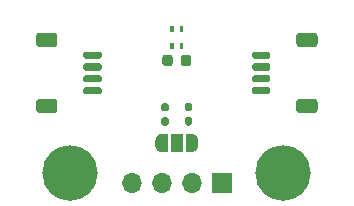
<source format=gts>
%TF.GenerationSoftware,KiCad,Pcbnew,(5.1.8)-1*%
%TF.CreationDate,2021-01-12T16:04:17+01:00*%
%TF.ProjectId,SHT40-Breakout,53485434-302d-4427-9265-616b6f75742e,rev?*%
%TF.SameCoordinates,Original*%
%TF.FileFunction,Soldermask,Top*%
%TF.FilePolarity,Negative*%
%FSLAX46Y46*%
G04 Gerber Fmt 4.6, Leading zero omitted, Abs format (unit mm)*
G04 Created by KiCad (PCBNEW (5.1.8)-1) date 2021-01-12 16:04:17*
%MOMM*%
%LPD*%
G01*
G04 APERTURE LIST*
%ADD10C,4.700000*%
%ADD11R,1.700000X1.700000*%
%ADD12O,1.700000X1.700000*%
%ADD13C,0.100000*%
%ADD14R,1.000000X1.500000*%
G04 APERTURE END LIST*
D10*
%TO.C,H2*%
X149000000Y-77000000D03*
%TD*%
%TO.C,H1*%
X131000000Y-77000000D03*
%TD*%
%TO.C,C1*%
G36*
G01*
X140321152Y-67690980D02*
X140321152Y-67190980D01*
G75*
G02*
X140546152Y-66965980I225000J0D01*
G01*
X140996152Y-66965980D01*
G75*
G02*
X141221152Y-67190980I0J-225000D01*
G01*
X141221152Y-67690980D01*
G75*
G02*
X140996152Y-67915980I-225000J0D01*
G01*
X140546152Y-67915980D01*
G75*
G02*
X140321152Y-67690980I0J225000D01*
G01*
G37*
G36*
G01*
X138771152Y-67690980D02*
X138771152Y-67190980D01*
G75*
G02*
X138996152Y-66965980I225000J0D01*
G01*
X139446152Y-66965980D01*
G75*
G02*
X139671152Y-67190980I0J-225000D01*
G01*
X139671152Y-67690980D01*
G75*
G02*
X139446152Y-67915980I-225000J0D01*
G01*
X138996152Y-67915980D01*
G75*
G02*
X138771152Y-67690980I0J225000D01*
G01*
G37*
%TD*%
%TO.C,J1*%
G36*
G01*
X132250000Y-66700000D02*
X133500000Y-66700000D01*
G75*
G02*
X133650000Y-66850000I0J-150000D01*
G01*
X133650000Y-67150000D01*
G75*
G02*
X133500000Y-67300000I-150000J0D01*
G01*
X132250000Y-67300000D01*
G75*
G02*
X132100000Y-67150000I0J150000D01*
G01*
X132100000Y-66850000D01*
G75*
G02*
X132250000Y-66700000I150000J0D01*
G01*
G37*
G36*
G01*
X132250000Y-67700000D02*
X133500000Y-67700000D01*
G75*
G02*
X133650000Y-67850000I0J-150000D01*
G01*
X133650000Y-68150000D01*
G75*
G02*
X133500000Y-68300000I-150000J0D01*
G01*
X132250000Y-68300000D01*
G75*
G02*
X132100000Y-68150000I0J150000D01*
G01*
X132100000Y-67850000D01*
G75*
G02*
X132250000Y-67700000I150000J0D01*
G01*
G37*
G36*
G01*
X132250000Y-68700000D02*
X133500000Y-68700000D01*
G75*
G02*
X133650000Y-68850000I0J-150000D01*
G01*
X133650000Y-69150000D01*
G75*
G02*
X133500000Y-69300000I-150000J0D01*
G01*
X132250000Y-69300000D01*
G75*
G02*
X132100000Y-69150000I0J150000D01*
G01*
X132100000Y-68850000D01*
G75*
G02*
X132250000Y-68700000I150000J0D01*
G01*
G37*
G36*
G01*
X132250000Y-69700000D02*
X133500000Y-69700000D01*
G75*
G02*
X133650000Y-69850000I0J-150000D01*
G01*
X133650000Y-70150000D01*
G75*
G02*
X133500000Y-70300000I-150000J0D01*
G01*
X132250000Y-70300000D01*
G75*
G02*
X132100000Y-70150000I0J150000D01*
G01*
X132100000Y-69850000D01*
G75*
G02*
X132250000Y-69700000I150000J0D01*
G01*
G37*
G36*
G01*
X128349999Y-65100000D02*
X129650001Y-65100000D01*
G75*
G02*
X129900000Y-65349999I0J-249999D01*
G01*
X129900000Y-66050001D01*
G75*
G02*
X129650001Y-66300000I-249999J0D01*
G01*
X128349999Y-66300000D01*
G75*
G02*
X128100000Y-66050001I0J249999D01*
G01*
X128100000Y-65349999D01*
G75*
G02*
X128349999Y-65100000I249999J0D01*
G01*
G37*
G36*
G01*
X128349999Y-70700000D02*
X129650001Y-70700000D01*
G75*
G02*
X129900000Y-70949999I0J-249999D01*
G01*
X129900000Y-71650001D01*
G75*
G02*
X129650001Y-71900000I-249999J0D01*
G01*
X128349999Y-71900000D01*
G75*
G02*
X128100000Y-71650001I0J249999D01*
G01*
X128100000Y-70949999D01*
G75*
G02*
X128349999Y-70700000I249999J0D01*
G01*
G37*
%TD*%
%TO.C,J2*%
G36*
G01*
X151675001Y-66300000D02*
X150374999Y-66300000D01*
G75*
G02*
X150125000Y-66050001I0J249999D01*
G01*
X150125000Y-65349999D01*
G75*
G02*
X150374999Y-65100000I249999J0D01*
G01*
X151675001Y-65100000D01*
G75*
G02*
X151925000Y-65349999I0J-249999D01*
G01*
X151925000Y-66050001D01*
G75*
G02*
X151675001Y-66300000I-249999J0D01*
G01*
G37*
G36*
G01*
X151675001Y-71900000D02*
X150374999Y-71900000D01*
G75*
G02*
X150125000Y-71650001I0J249999D01*
G01*
X150125000Y-70949999D01*
G75*
G02*
X150374999Y-70700000I249999J0D01*
G01*
X151675001Y-70700000D01*
G75*
G02*
X151925000Y-70949999I0J-249999D01*
G01*
X151925000Y-71650001D01*
G75*
G02*
X151675001Y-71900000I-249999J0D01*
G01*
G37*
G36*
G01*
X147775000Y-67300000D02*
X146525000Y-67300000D01*
G75*
G02*
X146375000Y-67150000I0J150000D01*
G01*
X146375000Y-66850000D01*
G75*
G02*
X146525000Y-66700000I150000J0D01*
G01*
X147775000Y-66700000D01*
G75*
G02*
X147925000Y-66850000I0J-150000D01*
G01*
X147925000Y-67150000D01*
G75*
G02*
X147775000Y-67300000I-150000J0D01*
G01*
G37*
G36*
G01*
X147775000Y-68300000D02*
X146525000Y-68300000D01*
G75*
G02*
X146375000Y-68150000I0J150000D01*
G01*
X146375000Y-67850000D01*
G75*
G02*
X146525000Y-67700000I150000J0D01*
G01*
X147775000Y-67700000D01*
G75*
G02*
X147925000Y-67850000I0J-150000D01*
G01*
X147925000Y-68150000D01*
G75*
G02*
X147775000Y-68300000I-150000J0D01*
G01*
G37*
G36*
G01*
X147775000Y-69300000D02*
X146525000Y-69300000D01*
G75*
G02*
X146375000Y-69150000I0J150000D01*
G01*
X146375000Y-68850000D01*
G75*
G02*
X146525000Y-68700000I150000J0D01*
G01*
X147775000Y-68700000D01*
G75*
G02*
X147925000Y-68850000I0J-150000D01*
G01*
X147925000Y-69150000D01*
G75*
G02*
X147775000Y-69300000I-150000J0D01*
G01*
G37*
G36*
G01*
X147775000Y-70300000D02*
X146525000Y-70300000D01*
G75*
G02*
X146375000Y-70150000I0J150000D01*
G01*
X146375000Y-69850000D01*
G75*
G02*
X146525000Y-69700000I150000J0D01*
G01*
X147775000Y-69700000D01*
G75*
G02*
X147925000Y-69850000I0J-150000D01*
G01*
X147925000Y-70150000D01*
G75*
G02*
X147775000Y-70300000I-150000J0D01*
G01*
G37*
%TD*%
D11*
%TO.C,J3*%
X143825000Y-77850000D03*
D12*
X141285000Y-77850000D03*
X138745000Y-77850000D03*
X136205000Y-77850000D03*
%TD*%
D13*
%TO.C,JP1*%
G36*
X139250000Y-75175000D02*
G01*
X138700000Y-75175000D01*
X138700000Y-75174398D01*
X138675466Y-75174398D01*
X138626635Y-75169588D01*
X138578510Y-75160016D01*
X138531555Y-75145772D01*
X138486222Y-75126995D01*
X138442949Y-75103864D01*
X138402150Y-75076604D01*
X138364221Y-75045476D01*
X138329524Y-75010779D01*
X138298396Y-74972850D01*
X138271136Y-74932051D01*
X138248005Y-74888778D01*
X138229228Y-74843445D01*
X138214984Y-74796490D01*
X138205412Y-74748365D01*
X138200602Y-74699534D01*
X138200602Y-74675000D01*
X138200000Y-74675000D01*
X138200000Y-74175000D01*
X138200602Y-74175000D01*
X138200602Y-74150466D01*
X138205412Y-74101635D01*
X138214984Y-74053510D01*
X138229228Y-74006555D01*
X138248005Y-73961222D01*
X138271136Y-73917949D01*
X138298396Y-73877150D01*
X138329524Y-73839221D01*
X138364221Y-73804524D01*
X138402150Y-73773396D01*
X138442949Y-73746136D01*
X138486222Y-73723005D01*
X138531555Y-73704228D01*
X138578510Y-73689984D01*
X138626635Y-73680412D01*
X138675466Y-73675602D01*
X138700000Y-73675602D01*
X138700000Y-73675000D01*
X139250000Y-73675000D01*
X139250000Y-75175000D01*
G37*
G36*
X141300000Y-73675602D02*
G01*
X141324534Y-73675602D01*
X141373365Y-73680412D01*
X141421490Y-73689984D01*
X141468445Y-73704228D01*
X141513778Y-73723005D01*
X141557051Y-73746136D01*
X141597850Y-73773396D01*
X141635779Y-73804524D01*
X141670476Y-73839221D01*
X141701604Y-73877150D01*
X141728864Y-73917949D01*
X141751995Y-73961222D01*
X141770772Y-74006555D01*
X141785016Y-74053510D01*
X141794588Y-74101635D01*
X141799398Y-74150466D01*
X141799398Y-74175000D01*
X141800000Y-74175000D01*
X141800000Y-74675000D01*
X141799398Y-74675000D01*
X141799398Y-74699534D01*
X141794588Y-74748365D01*
X141785016Y-74796490D01*
X141770772Y-74843445D01*
X141751995Y-74888778D01*
X141728864Y-74932051D01*
X141701604Y-74972850D01*
X141670476Y-75010779D01*
X141635779Y-75045476D01*
X141597850Y-75076604D01*
X141557051Y-75103864D01*
X141513778Y-75126995D01*
X141468445Y-75145772D01*
X141421490Y-75160016D01*
X141373365Y-75169588D01*
X141324534Y-75174398D01*
X141300000Y-75174398D01*
X141300000Y-75175000D01*
X140750000Y-75175000D01*
X140750000Y-73675000D01*
X141300000Y-73675000D01*
X141300000Y-73675602D01*
G37*
D14*
X140000000Y-74425000D03*
%TD*%
%TO.C,R1*%
G36*
G01*
X141160000Y-72952500D02*
X140840000Y-72952500D01*
G75*
G02*
X140680000Y-72792500I0J160000D01*
G01*
X140680000Y-72397500D01*
G75*
G02*
X140840000Y-72237500I160000J0D01*
G01*
X141160000Y-72237500D01*
G75*
G02*
X141320000Y-72397500I0J-160000D01*
G01*
X141320000Y-72792500D01*
G75*
G02*
X141160000Y-72952500I-160000J0D01*
G01*
G37*
G36*
G01*
X141160000Y-71757500D02*
X140840000Y-71757500D01*
G75*
G02*
X140680000Y-71597500I0J160000D01*
G01*
X140680000Y-71202500D01*
G75*
G02*
X140840000Y-71042500I160000J0D01*
G01*
X141160000Y-71042500D01*
G75*
G02*
X141320000Y-71202500I0J-160000D01*
G01*
X141320000Y-71597500D01*
G75*
G02*
X141160000Y-71757500I-160000J0D01*
G01*
G37*
%TD*%
%TO.C,R2*%
G36*
G01*
X139160000Y-71760000D02*
X138840000Y-71760000D01*
G75*
G02*
X138680000Y-71600000I0J160000D01*
G01*
X138680000Y-71205000D01*
G75*
G02*
X138840000Y-71045000I160000J0D01*
G01*
X139160000Y-71045000D01*
G75*
G02*
X139320000Y-71205000I0J-160000D01*
G01*
X139320000Y-71600000D01*
G75*
G02*
X139160000Y-71760000I-160000J0D01*
G01*
G37*
G36*
G01*
X139160000Y-72955000D02*
X138840000Y-72955000D01*
G75*
G02*
X138680000Y-72795000I0J160000D01*
G01*
X138680000Y-72400000D01*
G75*
G02*
X138840000Y-72240000I160000J0D01*
G01*
X139160000Y-72240000D01*
G75*
G02*
X139320000Y-72400000I0J-160000D01*
G01*
X139320000Y-72795000D01*
G75*
G02*
X139160000Y-72955000I-160000J0D01*
G01*
G37*
%TD*%
%TO.C,U1*%
G36*
G01*
X140276152Y-64540979D02*
X140516152Y-64540979D01*
G75*
G02*
X140546152Y-64570979I0J-30000D01*
G01*
X140546152Y-65010979D01*
G75*
G02*
X140516152Y-65040979I-30000J0D01*
G01*
X140276152Y-65040979D01*
G75*
G02*
X140246152Y-65010979I0J30000D01*
G01*
X140246152Y-64570979D01*
G75*
G02*
X140276152Y-64540979I30000J0D01*
G01*
G37*
G36*
G01*
X139476152Y-64540979D02*
X139716152Y-64540979D01*
G75*
G02*
X139746152Y-64570979I0J-30000D01*
G01*
X139746152Y-65010979D01*
G75*
G02*
X139716152Y-65040979I-30000J0D01*
G01*
X139476152Y-65040979D01*
G75*
G02*
X139446152Y-65010979I0J30000D01*
G01*
X139446152Y-64570979D01*
G75*
G02*
X139476152Y-64540979I30000J0D01*
G01*
G37*
G36*
G01*
X139476152Y-65940979D02*
X139716152Y-65940979D01*
G75*
G02*
X139746152Y-65970979I0J-30000D01*
G01*
X139746152Y-66410979D01*
G75*
G02*
X139716152Y-66440979I-30000J0D01*
G01*
X139476152Y-66440979D01*
G75*
G02*
X139446152Y-66410979I0J30000D01*
G01*
X139446152Y-65970979D01*
G75*
G02*
X139476152Y-65940979I30000J0D01*
G01*
G37*
G36*
G01*
X140276152Y-65940979D02*
X140516152Y-65940979D01*
G75*
G02*
X140546152Y-65970979I0J-30000D01*
G01*
X140546152Y-66410979D01*
G75*
G02*
X140516152Y-66440979I-30000J0D01*
G01*
X140276152Y-66440979D01*
G75*
G02*
X140246152Y-66410979I0J30000D01*
G01*
X140246152Y-65970979D01*
G75*
G02*
X140276152Y-65940979I30000J0D01*
G01*
G37*
%TD*%
M02*

</source>
